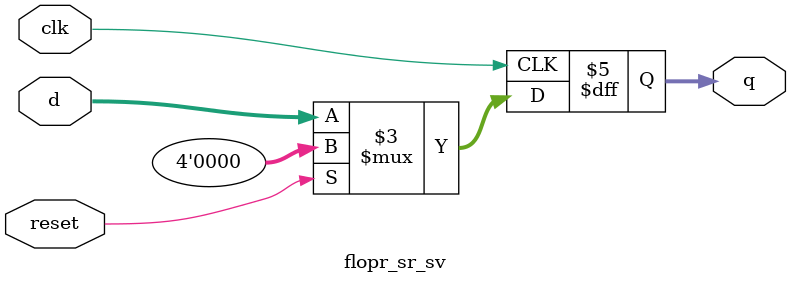
<source format=sv>
module flopr_sr_sv
(
input logic clk,
input logic reset,
input logic [3:0] d,
output logic [3:0] q
);
// synchronous reset
always_ff @(posedge clk)
	if (reset) 
		q <= 4'b0;
	else 
		q <= d;
endmodule
</source>
